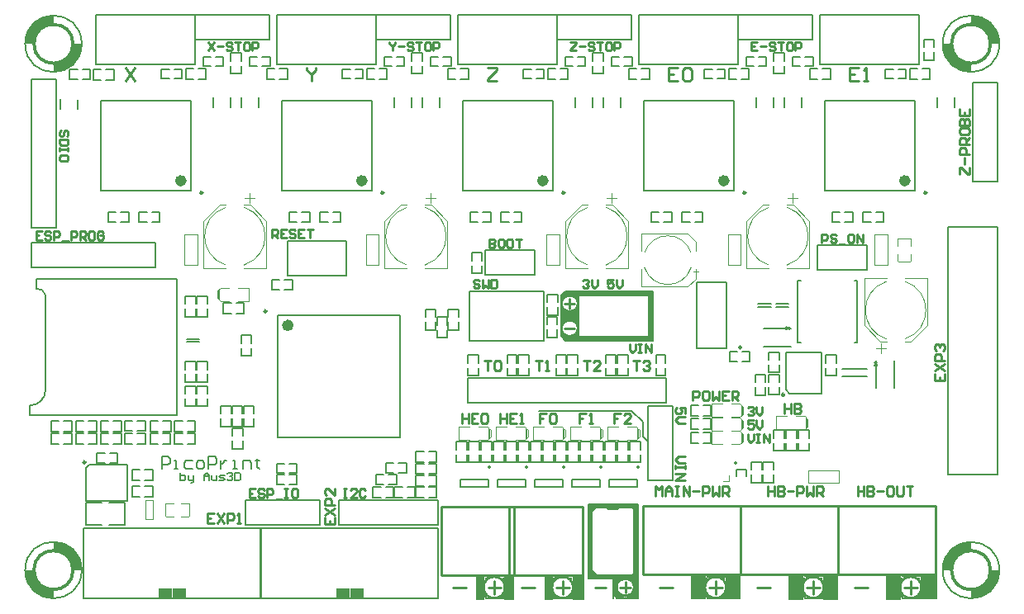
<source format=gto>
G04 Layer_Color=65535*
%FSLAX44Y44*%
%MOMM*%
G71*
G01*
G75*
%ADD52C,0.2000*%
%ADD53C,0.2500*%
%ADD54C,0.3000*%
%ADD91C,0.6000*%
%ADD92C,0.0762*%
%ADD93C,0.2540*%
%ADD94C,0.1270*%
%ADD95C,0.1500*%
%ADD96C,0.1000*%
%ADD97C,0.0760*%
%ADD98C,0.3500*%
%ADD99R,1.4224X0.9770*%
%ADD100R,0.1778X0.1270*%
%ADD101R,0.2540X0.3111*%
%ADD102R,0.3169X0.1119*%
%ADD103R,0.1270X0.3862*%
%ADD104R,0.5080X0.3810*%
%ADD105R,0.3810X0.3810*%
%ADD106R,0.2540X0.3810*%
%ADD107R,0.2540X0.3532*%
%ADD108R,2.1590X0.2870*%
%ADD109R,2.1590X0.2318*%
%ADD110R,0.3090X2.5230*%
%ADD111R,0.2730X2.5230*%
%ADD112R,0.8110X2.5000*%
%ADD113R,1.0570X2.5000*%
%ADD114R,2.1590X0.2088*%
%ADD115R,0.2540X0.2881*%
%ADD116R,1.1560X2.5000*%
%ADD117R,1.5240X2.5000*%
%ADD118R,1.6580X2.5900*%
%ADD119R,1.5494X2.5000*%
%ADD120R,1.5240X2.6000*%
%ADD121R,1.5494X2.6000*%
%ADD122R,2.1590X0.3870*%
%ADD123R,7.6500X0.5040*%
%ADD124R,0.4890X4.9230*%
G36*
X628650Y21590D02*
X603500D01*
X603990Y22080D01*
Y25230D01*
X622230Y25230D01*
X624000Y27000D01*
X624000Y92000D01*
X623000Y93000D01*
X609500Y93000D01*
X608500Y92000D01*
X598000D01*
X597000Y93000D01*
X586000D01*
X582000Y89000D01*
Y31000D01*
X588000Y25000D01*
X588230Y25230D01*
X602510D01*
Y22080D01*
X603000Y21590D01*
X577850D01*
Y97790D01*
X628650D01*
Y21590D01*
D02*
G37*
G36*
X33250Y58600D02*
X37800D01*
X39750Y56650D01*
X42350D01*
X44300Y54700D01*
X46250D01*
X50800Y50150D01*
Y49500D01*
X55350Y44950D01*
Y43000D01*
X57300Y41050D01*
X57950Y37150D01*
X59000Y34800D01*
Y30000D01*
X50000D01*
X49500Y30500D01*
Y37150D01*
X47550Y39100D01*
Y40400D01*
X43000Y44950D01*
X42350D01*
X38450Y48850D01*
X34550D01*
X33250Y50150D01*
X30000D01*
Y59250D01*
X32600D01*
X33250Y58600D01*
D02*
G37*
G36*
X970000Y50000D02*
X969500Y49500D01*
X962850D01*
X960900Y47550D01*
X959600D01*
X955050Y43000D01*
Y42350D01*
X951150Y38450D01*
Y34550D01*
X949850Y33250D01*
Y30000D01*
X940750D01*
Y32600D01*
X941400Y33250D01*
Y37800D01*
X943350Y39750D01*
Y42350D01*
X945300Y44300D01*
Y46250D01*
X949850Y50800D01*
X950500D01*
X955050Y55350D01*
X957000D01*
X958950Y57300D01*
X962850Y57950D01*
X965200Y59000D01*
X970000D01*
Y50000D01*
D02*
G37*
G36*
X999250Y27400D02*
X998600Y26750D01*
Y22200D01*
X996650Y20250D01*
Y17650D01*
X994700Y15700D01*
Y13750D01*
X990150Y9200D01*
X989500D01*
X984950Y4650D01*
X983000D01*
X981050Y2700D01*
X977150Y2050D01*
X974800Y1000D01*
X970000D01*
Y10000D01*
X970500Y10500D01*
X977150D01*
X979100Y12450D01*
X980400D01*
X984950Y17000D01*
Y17650D01*
X988850Y21550D01*
Y25450D01*
X990150Y26750D01*
Y30000D01*
X999250D01*
Y27400D01*
D02*
G37*
G36*
X610556Y20979D02*
X608900Y17200D01*
X607100Y12478D01*
X610556Y6156D01*
X614700Y3600D01*
X615400Y500D01*
X607100Y1800D01*
X606200D01*
X603250Y4750D01*
Y21590D01*
X610556Y20979D01*
D02*
G37*
G36*
X628650Y4750D02*
X625700Y1800D01*
X624800D01*
X616500Y500D01*
X617200Y3600D01*
X621344Y6156D01*
X624800Y12478D01*
X623000Y17200D01*
X621344Y20979D01*
X628650Y21590D01*
Y4750D01*
D02*
G37*
G36*
X10500Y29500D02*
Y22850D01*
X12450Y20900D01*
Y19600D01*
X17000Y15050D01*
X17650D01*
X21550Y11150D01*
X25450D01*
X26750Y9850D01*
X30000D01*
Y750D01*
X27400D01*
X26750Y1400D01*
X22200D01*
X20250Y3350D01*
X17650D01*
X15700Y5300D01*
X13750D01*
X9200Y9850D01*
Y10500D01*
X4650Y15050D01*
Y17000D01*
X2700Y18950D01*
X2050Y22850D01*
X1000Y25200D01*
Y30000D01*
X10000D01*
X10500Y29500D01*
D02*
G37*
G36*
X59250Y567400D02*
X58600Y566750D01*
Y562200D01*
X56650Y560250D01*
Y557650D01*
X54700Y555700D01*
Y553750D01*
X50150Y549200D01*
X49500D01*
X44950Y544650D01*
X43000D01*
X41050Y542700D01*
X37150Y542050D01*
X34800Y541000D01*
X30000D01*
Y550000D01*
X30500Y550500D01*
X37150D01*
X39100Y552450D01*
X40400D01*
X44950Y557000D01*
Y557650D01*
X48850Y561550D01*
Y565450D01*
X50150Y566750D01*
Y570000D01*
X59250D01*
Y567400D01*
D02*
G37*
G36*
X30000Y590000D02*
X29500Y589500D01*
X22850D01*
X20900Y587550D01*
X19600D01*
X15050Y583000D01*
Y582350D01*
X11150Y578450D01*
Y574550D01*
X9850Y573250D01*
Y570000D01*
X750D01*
Y572600D01*
X1400Y573250D01*
Y577800D01*
X3350Y579750D01*
Y582350D01*
X5300Y584300D01*
Y586250D01*
X9850Y590800D01*
X10500D01*
X15050Y595350D01*
X17000D01*
X18950Y597300D01*
X22850Y597950D01*
X25200Y599000D01*
X30000D01*
Y590000D01*
D02*
G37*
G36*
X973250Y598600D02*
X977800D01*
X979750Y596650D01*
X982350D01*
X984300Y594700D01*
X986250D01*
X990800Y590150D01*
Y589500D01*
X995350Y584950D01*
Y583000D01*
X997300Y581050D01*
X997950Y577150D01*
X999000Y574800D01*
Y570000D01*
X990000D01*
X989500Y570500D01*
Y577150D01*
X987550Y579100D01*
Y580400D01*
X983000Y584950D01*
X982350D01*
X978450Y588850D01*
X974550D01*
X973250Y590150D01*
X970000D01*
Y599250D01*
X972600D01*
X973250Y598600D01*
D02*
G37*
G36*
X950500Y569500D02*
Y562850D01*
X952450Y560900D01*
Y559600D01*
X957000Y555050D01*
X957650D01*
X961550Y551150D01*
X965450D01*
X966750Y549850D01*
X970000D01*
Y540750D01*
X967400D01*
X966750Y541400D01*
X962200D01*
X960250Y543350D01*
X957650D01*
X955700Y545300D01*
X953750D01*
X949200Y549850D01*
Y550500D01*
X944650Y555050D01*
Y557000D01*
X942700Y558950D01*
X942050Y562850D01*
X941000Y565200D01*
Y570000D01*
X950000D01*
X950500Y569500D01*
D02*
G37*
G36*
X567500Y265620D02*
X567690Y265430D01*
X554130D01*
X550700Y268860D01*
Y275360D01*
X552800Y272960D01*
X553400D01*
X555900Y270460D01*
X562100D01*
X567500Y275760D01*
Y265620D01*
D02*
G37*
G36*
Y291020D02*
X567690Y290830D01*
X567500Y290640D01*
Y280500D01*
X562100Y285800D01*
X555900D01*
X553400Y283300D01*
X552800D01*
X550700Y280900D01*
Y287400D01*
X550000Y288100D01*
X550300Y290830D01*
X550000Y293560D01*
X550700Y294260D01*
Y300760D01*
X552800Y298360D01*
X553400D01*
X555900Y295860D01*
X562100D01*
X567500Y301160D01*
Y291020D01*
D02*
G37*
G36*
Y316040D02*
Y305900D01*
X562100Y311200D01*
X555900D01*
X553400Y308700D01*
X552800D01*
X550700Y306300D01*
Y312800D01*
X550300Y313200D01*
X553330Y316230D01*
X567690D01*
X567500Y316040D01*
D02*
G37*
D52*
X566890Y303530D02*
G03*
X566890Y303530I-8000J0D01*
G01*
Y278130D02*
G03*
X566890Y278130I-8000J0D01*
G01*
X912140Y419455D02*
Y511455D01*
X820140Y419455D02*
Y511455D01*
Y419455D02*
X912140D01*
X820140Y511455D02*
X912140D01*
X634720D02*
X726720D01*
X634720Y419455D02*
X726720D01*
X634720D02*
Y511455D01*
X726720Y419455D02*
Y511455D01*
X541300Y419455D02*
Y511455D01*
X449300Y419455D02*
Y511455D01*
Y419455D02*
X541300D01*
X449300Y511455D02*
X541300D01*
X78460D02*
X170460D01*
X78460Y419455D02*
X170460D01*
X78460D02*
Y511455D01*
X170460Y419455D02*
Y511455D01*
X355880Y419455D02*
Y511455D01*
X263880Y419455D02*
Y511455D01*
Y419455D02*
X355880D01*
X263880Y511455D02*
X355880D01*
X455930Y316230D02*
X504613D01*
X455930D02*
X532130D01*
X455930Y265430D02*
X532130D01*
Y316230D01*
X455930Y265430D02*
Y316230D01*
X7620Y533400D02*
X33020D01*
X7620Y381000D02*
Y533400D01*
Y381000D02*
X33020D01*
Y533400D01*
X546000Y573980D02*
Y599380D01*
X622200D01*
Y573980D02*
Y599380D01*
X546000Y573980D02*
X622200D01*
X360580D02*
Y599380D01*
X436780D01*
Y573980D02*
Y599380D01*
X360580Y573980D02*
X436780D01*
X175160D02*
Y599380D01*
X251360D01*
Y573980D02*
Y599380D01*
X175160Y573980D02*
X251360D01*
X638810Y198120D02*
X664210D01*
Y121920D02*
Y198120D01*
X638810Y121920D02*
X664210D01*
X638810D02*
Y198120D01*
X302500Y76010D02*
Y101410D01*
X226300Y76010D02*
X302500D01*
X226300D02*
Y101410D01*
X302500D01*
X731419Y573980D02*
Y599380D01*
X807619D01*
Y573980D02*
Y599380D01*
X731419Y573980D02*
X807619D01*
X634000Y167370D02*
X638175Y163195D01*
X634000Y167370D02*
Y182000D01*
X66750Y138000D02*
X76750D01*
X63250Y134500D02*
X66750Y138000D01*
X63250Y122500D02*
Y134500D01*
Y101250D02*
X105250D01*
X63250D02*
Y122500D01*
X105250Y101250D02*
Y138000D01*
X76750D02*
X105250D01*
X946300Y128000D02*
X997100D01*
X946300Y382000D02*
X997100D01*
Y128000D02*
Y382000D01*
X946300Y128000D02*
Y382000D01*
X527685Y193675D02*
X622324D01*
X634000Y182000D01*
X812800Y337820D02*
Y363220D01*
X863600D01*
Y337820D02*
Y363220D01*
X812800Y337820D02*
X863600D01*
X780250Y224910D02*
Y253410D01*
X817000D01*
X795750Y211410D02*
X817000D01*
Y253410D01*
X783750Y211410D02*
X795750D01*
X780250Y214910D02*
X783750Y211410D01*
X780250Y214910D02*
Y224910D01*
X792460Y263775D02*
Y326775D01*
Y263775D02*
X795460D01*
X792460Y326775D02*
X795460D01*
X850460Y263775D02*
X853460D01*
X850460Y326775D02*
X853460D01*
Y263775D02*
Y326775D01*
X60570Y1216D02*
Y73216D01*
X242570Y1216D02*
Y73216D01*
X60570D02*
X242570D01*
X60570Y1216D02*
X242570D01*
X242180D02*
Y73216D01*
X424180Y1216D02*
Y73216D01*
X242180D02*
X424180D01*
X242180Y1216D02*
X424180D01*
X688715Y324965D02*
X719715D01*
X688715Y257965D02*
X719715D01*
X688715D02*
Y324965D01*
X719715Y257965D02*
Y324965D01*
X360579Y573980D02*
Y599380D01*
X258979D02*
X360579D01*
X258979Y573980D02*
Y599380D01*
X360579Y548580D02*
Y573980D01*
X258979Y548580D02*
X360579D01*
X258979D02*
Y573980D01*
X175159D02*
Y599380D01*
X73559D02*
X175159D01*
X73559Y573980D02*
Y599380D01*
X175159Y548580D02*
Y573980D01*
X73559Y548580D02*
X175159D01*
X73559D02*
Y573980D01*
X545999D02*
Y599380D01*
X444399D02*
X545999D01*
X444399Y573980D02*
Y599380D01*
X545999Y548580D02*
Y573980D01*
X444399Y548580D02*
X545999D01*
X444399D02*
Y573980D01*
X731419D02*
Y599380D01*
X629819D02*
X731419D01*
X629819Y573980D02*
Y599380D01*
X731419Y548580D02*
Y573980D01*
X629819Y548580D02*
X731419D01*
X629819D02*
Y573980D01*
X916839D02*
Y599380D01*
X815239D02*
X916839D01*
X815239Y573980D02*
Y599380D01*
X916839Y548580D02*
Y573980D01*
X815239Y548580D02*
X916839D01*
X815239D02*
Y573980D01*
X87000Y76500D02*
X103000D01*
X63000D02*
X79000D01*
X87000Y99500D02*
X103000D01*
X63000D02*
X79000D01*
X103000Y76500D02*
Y99500D01*
X63000Y76500D02*
Y99500D01*
X269720Y367480D02*
X329720D01*
X269720Y332480D02*
X329720D01*
X269720D02*
Y367480D01*
X329720Y332480D02*
Y367480D01*
X472440Y332740D02*
Y358140D01*
X523240D01*
Y332740D02*
Y358140D01*
X472440Y332740D02*
X523240D01*
X7620Y340360D02*
X134620D01*
X7620D02*
Y365760D01*
X134620Y340360D02*
Y365760D01*
X7620D02*
X134620D01*
X550000Y270200D02*
X554770Y265430D01*
X567690D01*
X554630Y316230D02*
X567690D01*
X550000Y311600D02*
X554630Y316230D01*
X550000Y270200D02*
Y311600D01*
X971700Y529900D02*
X997100D01*
Y428300D02*
Y529900D01*
X971700Y428300D02*
Y529900D01*
Y428300D02*
X997100D01*
X424180Y76010D02*
Y101410D01*
X322580Y76010D02*
X424180D01*
X322580Y101410D02*
X424180D01*
X322580Y76010D02*
Y101410D01*
X260080Y166100D02*
Y291100D01*
X385080Y166100D02*
Y291100D01*
X260080D02*
X385080D01*
X260080Y166100D02*
X385080D01*
X729920Y133540D02*
X740080D01*
X567690Y316230D02*
X616373D01*
X567690D02*
X643890D01*
X567690Y265430D02*
X643890D01*
Y316230D01*
X567690Y265430D02*
Y316230D01*
X454660Y201930D02*
Y227330D01*
Y201930D02*
X657860D01*
Y227330D01*
X454660D02*
X657860D01*
X628650Y49107D02*
Y97790D01*
Y21590D02*
Y97790D01*
X577850Y21590D02*
Y97790D01*
Y21590D02*
X628650D01*
X577850Y97790D02*
X628650D01*
D53*
X924390Y417205D02*
G03*
X924390Y417205I-1250J0D01*
G01*
X738970D02*
G03*
X738970Y417205I-1250J0D01*
G01*
X553550D02*
G03*
X553550Y417205I-1250J0D01*
G01*
X182710D02*
G03*
X182710Y417205I-1250J0D01*
G01*
X368130D02*
G03*
X368130Y417205I-1250J0D01*
G01*
X63000Y140750D02*
G03*
X63000Y140750I-1250J0D01*
G01*
X778750Y209910D02*
G03*
X778750Y209910I-1250J0D01*
G01*
X734715Y258565D02*
G03*
X734715Y258565I-1250J0D01*
G01*
X248330Y295600D02*
G03*
X248330Y295600I-1250J0D01*
G01*
D54*
X50000Y570000D02*
G03*
X50000Y570000I-20000J0D01*
G01*
X990000D02*
G03*
X990000Y570000I-20000J0D01*
G01*
X50000Y30000D02*
G03*
X50000Y30000I-20000J0D01*
G01*
X990000D02*
G03*
X990000Y30000I-20000J0D01*
G01*
X552805Y135332D02*
X552757Y135380D01*
X552710Y135332D01*
X552757Y135285D01*
X552805Y135332D01*
X476605D02*
X476557Y135380D01*
X476510Y135332D01*
X476557Y135285D01*
X476605Y135332D01*
X590905D02*
X590857Y135380D01*
X590810Y135332D01*
X590857Y135285D01*
X590905Y135332D01*
X514705D02*
X514657Y135380D01*
X514610Y135332D01*
X514657Y135285D01*
X514705Y135332D01*
X629005D02*
X628957Y135380D01*
X628910Y135332D01*
X628957Y135285D01*
X629005Y135332D01*
D91*
X905140Y429455D02*
G03*
X905140Y429455I-3000J0D01*
G01*
X719720D02*
G03*
X719720Y429455I-3000J0D01*
G01*
X534300D02*
G03*
X534300Y429455I-3000J0D01*
G01*
X163460D02*
G03*
X163460Y429455I-3000J0D01*
G01*
X348880D02*
G03*
X348880Y429455I-3000J0D01*
G01*
X273080Y281100D02*
G03*
X273080Y281100I-3000J0D01*
G01*
D92*
X883311Y326176D02*
G03*
X883311Y267183I9499J-29496D01*
G01*
X902309D02*
G03*
X902309Y326176I-9499J29496D01*
G01*
X391821Y402106D02*
G03*
X391821Y343114I9499J-29496D01*
G01*
X410818D02*
G03*
X410818Y402106I-9499J29496D01*
G01*
X206401D02*
G03*
X206401Y343114I9499J-29496D01*
G01*
X225399D02*
G03*
X225399Y402106I-9499J29496D01*
G01*
X577241D02*
G03*
X577241Y343114I9499J-29496D01*
G01*
X596239D02*
G03*
X596239Y402106I-9499J29496D01*
G01*
X762661D02*
G03*
X762661Y343114I9499J-29496D01*
G01*
X781658D02*
G03*
X781658Y402106I-9499J29496D01*
G01*
X683181Y355643D02*
G03*
X635588Y355643I-23797J-7663D01*
G01*
Y340317D02*
G03*
X683181Y340317I23797J7663D01*
G01*
X860552Y329192D02*
X883411D01*
X860552Y281186D02*
Y329192D01*
Y281186D02*
X877316Y264422D01*
X883411D01*
X902461D02*
X908558D01*
X925322Y281186D01*
Y329192D01*
X902461D02*
X925322D01*
X860552Y281186D02*
Y329192D01*
Y281186D02*
X877316Y264422D01*
X908558D02*
X925322Y281186D01*
Y329192D01*
X368808Y340098D02*
Y388104D01*
X385572Y404868D01*
X416814D02*
X433578Y388104D01*
Y340098D02*
Y388104D01*
X368808Y340098D02*
X391668D01*
X368808D02*
Y388104D01*
X385572Y404868D01*
X391668D01*
X410718D02*
X416814D01*
X433578Y388104D01*
Y340098D02*
Y388104D01*
X410718Y340098D02*
X433578D01*
X183388D02*
Y388104D01*
X200152Y404868D01*
X231394D02*
X248158Y388104D01*
Y340098D02*
Y388104D01*
X183388Y340098D02*
X206248D01*
X183388D02*
Y388104D01*
X200152Y404868D01*
X206248D01*
X225298D02*
X231394D01*
X248158Y388104D01*
Y340098D02*
Y388104D01*
X225298Y340098D02*
X248158D01*
X554228D02*
Y388104D01*
X570992Y404868D01*
X602234D02*
X618998Y388104D01*
Y340098D02*
Y388104D01*
X554228Y340098D02*
X577088D01*
X554228D02*
Y388104D01*
X570992Y404868D01*
X577088D01*
X596138D02*
X602234D01*
X618998Y388104D01*
Y340098D02*
Y388104D01*
X596138Y340098D02*
X618998D01*
X739648D02*
Y388104D01*
X756412Y404868D01*
X787654D02*
X804418Y388104D01*
Y340098D02*
Y388104D01*
X739648Y340098D02*
X762508D01*
X739648D02*
Y388104D01*
X756412Y404868D01*
X762508D01*
X781558D02*
X787654D01*
X804418Y388104D01*
Y340098D02*
Y388104D01*
X781558Y340098D02*
X804418D01*
X632214Y357378D02*
Y375158D01*
X674878D01*
X688094Y357378D02*
Y367022D01*
Y328938D02*
Y331980D01*
X632214Y320802D02*
X674878D01*
X632214D02*
Y338582D01*
D93*
X624900Y12478D02*
G03*
X624900Y12478I-9000J0D01*
G01*
X492505Y12248D02*
G03*
X492505Y12248I-10925J0D01*
G01*
X562505D02*
G03*
X562505Y12248I-10925J0D01*
G01*
X919185D02*
G03*
X919185Y12248I-10925J0D01*
G01*
X819185D02*
G03*
X819185Y12248I-10925J0D01*
G01*
X719185D02*
G03*
X719185Y12248I-10925J0D01*
G01*
X833729Y26000D02*
X933730D01*
Y96000D01*
X833729D02*
X933730D01*
X833729Y26000D02*
Y96000D01*
X733729Y26000D02*
Y96000D01*
X833730D01*
Y26000D02*
Y96000D01*
X733729Y26000D02*
X833730D01*
X633730D02*
X733730D01*
Y96000D01*
X633730D02*
X733730D01*
X633730Y26000D02*
Y96000D01*
X572050Y25000D02*
Y95000D01*
X497050Y25000D02*
X572050D01*
X497050D02*
Y95000D01*
X572050D01*
X502050Y25000D02*
Y95000D01*
X427050Y25000D02*
X502050D01*
X427050D02*
Y95000D01*
X502050D01*
X685000Y204000D02*
Y213997D01*
X689998D01*
X691665Y212331D01*
Y208998D01*
X689998Y207332D01*
X685000D01*
X699995Y213997D02*
X696663D01*
X694997Y212331D01*
Y205666D01*
X696663Y204000D01*
X699995D01*
X701661Y205666D01*
Y212331D01*
X699995Y213997D01*
X704994D02*
Y204000D01*
X708326Y207332D01*
X711658Y204000D01*
Y213997D01*
X721655D02*
X714990D01*
Y204000D01*
X721655D01*
X714990Y208998D02*
X718323D01*
X724987Y204000D02*
Y213997D01*
X729986D01*
X731652Y212331D01*
Y208998D01*
X729986Y207332D01*
X724987D01*
X728319D02*
X731652Y204000D01*
X741215Y169797D02*
Y163799D01*
X744214Y160800D01*
X747213Y163799D01*
Y169797D01*
X750212D02*
X753211D01*
X751712D01*
Y160800D01*
X750212D01*
X753211D01*
X757710D02*
Y169797D01*
X763708Y160800D01*
Y169797D01*
X747213Y183797D02*
X741215D01*
Y179298D01*
X744214Y180798D01*
X745714D01*
X747213Y179298D01*
Y176299D01*
X745714Y174800D01*
X742714D01*
X741215Y176299D01*
X750212Y183797D02*
Y177799D01*
X753211Y174800D01*
X756210Y177799D01*
Y183797D01*
X741215Y196297D02*
X742714Y197797D01*
X745714D01*
X747213Y196297D01*
Y194798D01*
X745714Y193298D01*
X744214D01*
X745714D01*
X747213Y191799D01*
Y190299D01*
X745714Y188800D01*
X742714D01*
X741215Y190299D01*
X750212Y197797D02*
Y191799D01*
X753211Y188800D01*
X756210Y191799D01*
Y197797D01*
X958423Y436610D02*
Y443274D01*
X960089D01*
X966754Y436610D01*
X968420D01*
Y443274D01*
X963421Y446606D02*
Y453271D01*
X968420Y456603D02*
X958423D01*
Y461602D01*
X960089Y463268D01*
X963421D01*
X965088Y461602D01*
Y456603D01*
X968420Y466600D02*
X958423D01*
Y471599D01*
X960089Y473265D01*
X963421D01*
X965088Y471599D01*
Y466600D01*
Y469932D02*
X968420Y473265D01*
X958423Y481595D02*
Y478263D01*
X960089Y476597D01*
X966754D01*
X968420Y478263D01*
Y481595D01*
X966754Y483261D01*
X960089D01*
X958423Y481595D01*
Y486594D02*
X968420D01*
Y491592D01*
X966754Y493258D01*
X965088D01*
X963421Y491592D01*
Y486594D01*
Y491592D01*
X961755Y493258D01*
X960089D01*
X958423Y491592D01*
Y486594D01*
Y503255D02*
Y496590D01*
X968420D01*
Y503255D01*
X963421Y496590D02*
Y499923D01*
X624205Y244946D02*
X630869D01*
X627537D01*
Y234950D01*
X634202Y243280D02*
X635868Y244946D01*
X639200D01*
X640866Y243280D01*
Y241614D01*
X639200Y239948D01*
X637534D01*
X639200D01*
X640866Y238282D01*
Y236616D01*
X639200Y234950D01*
X635868D01*
X634202Y236616D01*
X573405Y244946D02*
X580069D01*
X576737D01*
Y234950D01*
X590066D02*
X583401D01*
X590066Y241614D01*
Y243280D01*
X588400Y244946D01*
X585068D01*
X583401Y243280D01*
X523875Y244946D02*
X530539D01*
X527207D01*
Y234950D01*
X533871D02*
X537204D01*
X535538D01*
Y244946D01*
X533871Y243280D01*
X471805Y244946D02*
X478469D01*
X475137D01*
Y234950D01*
X481801Y243280D02*
X483468Y244946D01*
X486800D01*
X488466Y243280D01*
Y236616D01*
X486800Y234950D01*
X483468D01*
X481801Y236616D01*
Y243280D01*
X676997Y147000D02*
X670332D01*
X667000Y143667D01*
X670332Y140335D01*
X676997D01*
Y137003D02*
Y133671D01*
Y135337D01*
X667000D01*
Y137003D01*
Y133671D01*
Y128672D02*
X676997D01*
X667000Y122008D01*
X676997D01*
Y190335D02*
Y197000D01*
X671998D01*
X673664Y193668D01*
Y192001D01*
X671998Y190335D01*
X668666D01*
X667000Y192001D01*
Y195334D01*
X668666Y197000D01*
X676997Y187003D02*
X670332D01*
X667000Y183671D01*
X670332Y180338D01*
X676997D01*
X611184Y190336D02*
X604520D01*
Y185338D01*
X607852D01*
X604520D01*
Y180340D01*
X621181D02*
X614516D01*
X621181Y187004D01*
Y188670D01*
X619515Y190336D01*
X616183D01*
X614516Y188670D01*
X575624Y190336D02*
X568960D01*
Y185338D01*
X572292D01*
X568960D01*
Y180340D01*
X578956D02*
X582289D01*
X580623D01*
Y190336D01*
X578956Y188670D01*
X534984Y190336D02*
X528320D01*
Y185338D01*
X531652D01*
X528320D01*
Y180340D01*
X538316Y188670D02*
X539983Y190336D01*
X543315D01*
X544981Y188670D01*
Y182006D01*
X543315Y180340D01*
X539983D01*
X538316Y182006D01*
Y188670D01*
X374260Y571877D02*
Y570377D01*
X377259Y567378D01*
X380258Y570377D01*
Y571877D01*
X377259Y567378D02*
Y562880D01*
X383257Y567378D02*
X389255D01*
X398252Y570377D02*
X396753Y571877D01*
X393754D01*
X392254Y570377D01*
Y568878D01*
X393754Y567378D01*
X396753D01*
X398252Y565879D01*
Y564379D01*
X396753Y562880D01*
X393754D01*
X392254Y564379D01*
X401251Y571877D02*
X407249D01*
X404250D01*
Y562880D01*
X414747Y571877D02*
X411748D01*
X410248Y570377D01*
Y564379D01*
X411748Y562880D01*
X414747D01*
X416246Y564379D01*
Y570377D01*
X414747Y571877D01*
X419245Y562880D02*
Y571877D01*
X423744D01*
X425243Y570377D01*
Y567378D01*
X423744Y565879D01*
X419245D01*
X487680Y190336D02*
Y180340D01*
Y185338D01*
X494344D01*
Y190336D01*
Y180340D01*
X504341Y190336D02*
X497677D01*
Y180340D01*
X504341D01*
X497677Y185338D02*
X501009D01*
X507673Y180340D02*
X511006D01*
X509339D01*
Y190336D01*
X507673Y188670D01*
X448310Y190336D02*
Y180340D01*
Y185338D01*
X454974D01*
Y190336D01*
Y180340D01*
X464971Y190336D02*
X458307D01*
Y180340D01*
X464971D01*
X458307Y185338D02*
X461639D01*
X468303Y188670D02*
X469969Y190336D01*
X473302D01*
X474968Y188670D01*
Y182006D01*
X473302Y180340D01*
X469969D01*
X468303Y182006D01*
Y188670D01*
X646730Y106000D02*
Y115997D01*
X650062Y112664D01*
X653394Y115997D01*
Y106000D01*
X656727D02*
Y112664D01*
X660059Y115997D01*
X663391Y112664D01*
Y106000D01*
Y110998D01*
X656727D01*
X666723Y115997D02*
X670055D01*
X668389D01*
Y106000D01*
X666723D01*
X670055D01*
X675054D02*
Y115997D01*
X681718Y106000D01*
Y115997D01*
X685051Y110998D02*
X691715D01*
X695048Y106000D02*
Y115997D01*
X700046D01*
X701712Y114330D01*
Y110998D01*
X700046Y109332D01*
X695048D01*
X705044Y115997D02*
Y106000D01*
X708376Y109332D01*
X711709Y106000D01*
Y115997D01*
X715041Y106000D02*
Y115997D01*
X720039D01*
X721705Y114330D01*
Y110998D01*
X720039Y109332D01*
X715041D01*
X718373D02*
X721705Y106000D01*
X761730Y115997D02*
Y106000D01*
Y110998D01*
X768394D01*
Y115997D01*
Y106000D01*
X771727Y115997D02*
Y106000D01*
X776725D01*
X778391Y107666D01*
Y109332D01*
X776725Y110998D01*
X771727D01*
X776725D01*
X778391Y112664D01*
Y114330D01*
X776725Y115997D01*
X771727D01*
X781723Y110998D02*
X788388D01*
X791720Y106000D02*
Y115997D01*
X796719D01*
X798385Y114330D01*
Y110998D01*
X796719Y109332D01*
X791720D01*
X801717Y115997D02*
Y106000D01*
X805049Y109332D01*
X808381Y106000D01*
Y115997D01*
X811714Y106000D02*
Y115997D01*
X816712D01*
X818378Y114330D01*
Y110998D01*
X816712Y109332D01*
X811714D01*
X815046D02*
X818378Y106000D01*
X853730Y115997D02*
Y106000D01*
Y110998D01*
X860394D01*
Y115997D01*
Y106000D01*
X863727Y115997D02*
Y106000D01*
X868725D01*
X870391Y107666D01*
Y109332D01*
X868725Y110998D01*
X863727D01*
X868725D01*
X870391Y112664D01*
Y114330D01*
X868725Y115997D01*
X863727D01*
X873723Y110998D02*
X880388D01*
X888719Y115997D02*
X885386D01*
X883720Y114330D01*
Y107666D01*
X885386Y106000D01*
X888719D01*
X890385Y107666D01*
Y114330D01*
X888719Y115997D01*
X893717D02*
Y107666D01*
X895383Y106000D01*
X898715D01*
X900381Y107666D01*
Y115997D01*
X903714D02*
X910378D01*
X907046D01*
Y106000D01*
X584850Y12215D02*
X596179D01*
X610250Y12415D02*
X621580D01*
X615915Y18080D02*
Y6750D01*
X475230Y12084D02*
X488559D01*
X481894Y18749D02*
Y5420D01*
X439429Y12084D02*
X452758D01*
X509430D02*
X522759D01*
X545230D02*
X558559D01*
X551894Y18749D02*
Y5420D01*
X289600Y545535D02*
Y543203D01*
X294265Y538537D01*
X298930Y543203D01*
Y545535D01*
X294265Y538537D02*
Y531540D01*
X901910Y12084D02*
X915239D01*
X908574Y18749D02*
Y5420D01*
X851110Y12084D02*
X864439D01*
X751110D02*
X764439D01*
X801910D02*
X815239D01*
X808574Y18749D02*
Y5420D01*
X701910Y12084D02*
X715239D01*
X708574Y18749D02*
Y5420D01*
X651110Y12084D02*
X664439D01*
X104180Y545535D02*
X113510Y531540D01*
Y545535D02*
X104180Y531540D01*
X188840Y571877D02*
X194838Y562880D01*
Y571877D02*
X188840Y562880D01*
X197837Y567378D02*
X203835D01*
X212832Y570377D02*
X211332Y571877D01*
X208333D01*
X206834Y570377D01*
Y568878D01*
X208333Y567378D01*
X211332D01*
X212832Y565879D01*
Y564379D01*
X211332Y562880D01*
X208333D01*
X206834Y564379D01*
X215831Y571877D02*
X221829D01*
X218830D01*
Y562880D01*
X229327Y571877D02*
X226328D01*
X224828Y570377D01*
Y564379D01*
X226328Y562880D01*
X229327D01*
X230826Y564379D01*
Y570377D01*
X229327Y571877D01*
X233825Y562880D02*
Y571877D01*
X238324D01*
X239823Y570377D01*
Y567378D01*
X238324Y565879D01*
X233825D01*
X475020Y545535D02*
X484350D01*
Y543203D01*
X475020Y533872D01*
Y531540D01*
X484350D01*
X559680Y571877D02*
X565678D01*
Y570377D01*
X559680Y564379D01*
Y562880D01*
X565678D01*
X568677Y567378D02*
X574675D01*
X583672Y570377D02*
X582173Y571877D01*
X579174D01*
X577674Y570377D01*
Y568878D01*
X579174Y567378D01*
X582173D01*
X583672Y565879D01*
Y564379D01*
X582173Y562880D01*
X579174D01*
X577674Y564379D01*
X586671Y571877D02*
X592669D01*
X589670D01*
Y562880D01*
X600167Y571877D02*
X597168D01*
X595668Y570377D01*
Y564379D01*
X597168Y562880D01*
X600167D01*
X601666Y564379D01*
Y570377D01*
X600167Y571877D01*
X604665Y562880D02*
Y571877D01*
X609164D01*
X610663Y570377D01*
Y567378D01*
X609164Y565879D01*
X604665D01*
X669770Y545535D02*
X660440D01*
Y531540D01*
X669770D01*
X660440Y538537D02*
X665105D01*
X674435Y543203D02*
X676768Y545535D01*
X681433D01*
X683765Y543203D01*
Y533872D01*
X681433Y531540D01*
X676768D01*
X674435Y533872D01*
Y543203D01*
X855190Y545535D02*
X845860D01*
Y531540D01*
X855190D01*
X845860Y538537D02*
X850525D01*
X859855Y531540D02*
X864520D01*
X862188D01*
Y545535D01*
X859855Y543203D01*
X572215Y326797D02*
X573714Y328297D01*
X576713D01*
X578213Y326797D01*
Y325298D01*
X576713Y323798D01*
X575214D01*
X576713D01*
X578213Y322299D01*
Y320799D01*
X576713Y319300D01*
X573714D01*
X572215Y320799D01*
X581212Y328297D02*
Y322299D01*
X584211Y319300D01*
X587210Y322299D01*
Y328297D01*
X603613D02*
X597615D01*
Y323798D01*
X600614Y325298D01*
X602113D01*
X603613Y323798D01*
Y320799D01*
X602113Y319300D01*
X599114D01*
X597615Y320799D01*
X606612Y328297D02*
Y322299D01*
X609611Y319300D01*
X612610Y322299D01*
Y328297D01*
X620049Y262207D02*
Y256209D01*
X623048Y253210D01*
X626047Y256209D01*
Y262207D01*
X629046D02*
X632045D01*
X630545D01*
Y253210D01*
X629046D01*
X632045D01*
X636544D02*
Y262207D01*
X642542Y253210D01*
Y262207D01*
X558684Y298550D02*
Y308547D01*
X553686Y303548D02*
X563683D01*
X563700Y278102D02*
X553703D01*
X779000Y200996D02*
Y191000D01*
Y195998D01*
X785664D01*
Y200996D01*
Y191000D01*
X788997Y200996D02*
Y191000D01*
X793995D01*
X795661Y192666D01*
Y194332D01*
X793995Y195998D01*
X788997D01*
X793995D01*
X795661Y197664D01*
Y199330D01*
X793995Y200996D01*
X788997D01*
X466453Y326797D02*
X464953Y328297D01*
X461954D01*
X460455Y326797D01*
Y325298D01*
X461954Y323798D01*
X464953D01*
X466453Y322299D01*
Y320799D01*
X464953Y319300D01*
X461954D01*
X460455Y320799D01*
X469452Y328297D02*
Y319300D01*
X472451Y322299D01*
X475450Y319300D01*
Y328297D01*
X478449D02*
Y319300D01*
X482948D01*
X484447Y320799D01*
Y326797D01*
X482948Y328297D01*
X478449D01*
X236823Y113477D02*
X230825D01*
Y104480D01*
X236823D01*
X230825Y108978D02*
X233824D01*
X245820Y111977D02*
X244321Y113477D01*
X241322D01*
X239822Y111977D01*
Y110478D01*
X241322Y108978D01*
X244321D01*
X245820Y107479D01*
Y105979D01*
X244321Y104480D01*
X241322D01*
X239822Y105979D01*
X248819Y104480D02*
Y113477D01*
X253318D01*
X254817Y111977D01*
Y108978D01*
X253318Y107479D01*
X248819D01*
X257816Y102980D02*
X263814D01*
X266813Y113477D02*
X269812D01*
X268313D01*
Y104480D01*
X266813D01*
X269812D01*
X278809Y113477D02*
X275810D01*
X274311Y111977D01*
Y105979D01*
X275810Y104480D01*
X278809D01*
X280309Y105979D01*
Y111977D01*
X278809Y113477D01*
X18143Y377827D02*
X12145D01*
Y368830D01*
X18143D01*
X12145Y373328D02*
X15144D01*
X27140Y376327D02*
X25641Y377827D01*
X22641D01*
X21142Y376327D01*
Y374828D01*
X22641Y373328D01*
X25641D01*
X27140Y371829D01*
Y370329D01*
X25641Y368830D01*
X22641D01*
X21142Y370329D01*
X30139Y368830D02*
Y377827D01*
X34638D01*
X36137Y376327D01*
Y373328D01*
X34638Y371829D01*
X30139D01*
X39136Y367330D02*
X45134D01*
X48133Y368830D02*
Y377827D01*
X52632D01*
X54131Y376327D01*
Y373328D01*
X52632Y371829D01*
X48133D01*
X57130Y368830D02*
Y377827D01*
X61629D01*
X63128Y376327D01*
Y373328D01*
X61629Y371829D01*
X57130D01*
X60129D02*
X63128Y368830D01*
X70626Y377827D02*
X67627D01*
X66128Y376327D01*
Y370329D01*
X67627Y368830D01*
X70626D01*
X72126Y370329D01*
Y376327D01*
X70626Y377827D01*
X81123Y376327D02*
X79623Y377827D01*
X76624D01*
X75125Y376327D01*
Y370329D01*
X76624Y368830D01*
X79623D01*
X81123Y370329D01*
Y373328D01*
X78124D01*
X43587Y474936D02*
X45087Y476436D01*
Y479435D01*
X43587Y480934D01*
X42088D01*
X40588Y479435D01*
Y476436D01*
X39089Y474936D01*
X37589D01*
X36090Y476436D01*
Y479435D01*
X37589Y480934D01*
X45087Y471937D02*
X36090D01*
Y467439D01*
X37589Y465939D01*
X43587D01*
X45087Y467439D01*
Y471937D01*
Y462940D02*
Y459941D01*
Y461441D01*
X36090D01*
Y462940D01*
Y459941D01*
X45087Y450944D02*
Y453943D01*
X43587Y455443D01*
X37589D01*
X36090Y453943D01*
Y450944D01*
X37589Y449445D01*
X43587D01*
X45087Y450944D01*
X327105Y113477D02*
X330104D01*
X328604D01*
Y104480D01*
X327105D01*
X330104D01*
X340601D02*
X334603D01*
X340601Y110478D01*
Y111977D01*
X339101Y113477D01*
X336102D01*
X334603Y111977D01*
X349598D02*
X348098Y113477D01*
X345099D01*
X343600Y111977D01*
Y105979D01*
X345099Y104480D01*
X348098D01*
X349598Y105979D01*
X476605Y369767D02*
Y360770D01*
X481104D01*
X482603Y362269D01*
Y363769D01*
X481104Y365268D01*
X476605D01*
X481104D01*
X482603Y366768D01*
Y368267D01*
X481104Y369767D01*
X476605D01*
X490101D02*
X487102D01*
X485602Y368267D01*
Y362269D01*
X487102Y360770D01*
X490101D01*
X491600Y362269D01*
Y368267D01*
X490101Y369767D01*
X499098D02*
X496099D01*
X494599Y368267D01*
Y362269D01*
X496099Y360770D01*
X499098D01*
X500597Y362269D01*
Y368267D01*
X499098Y369767D01*
X503596D02*
X509594D01*
X506595D01*
Y360770D01*
X253825Y370770D02*
Y379767D01*
X258323D01*
X259823Y378267D01*
Y375268D01*
X258323Y373769D01*
X253825D01*
X256824D02*
X259823Y370770D01*
X268820Y379767D02*
X262822D01*
Y370770D01*
X268820D01*
X262822Y375268D02*
X265821D01*
X277817Y378267D02*
X276318Y379767D01*
X273319D01*
X271819Y378267D01*
Y376768D01*
X273319Y375268D01*
X276318D01*
X277817Y373769D01*
Y372269D01*
X276318Y370770D01*
X273319D01*
X271819Y372269D01*
X286814Y379767D02*
X280816D01*
Y370770D01*
X286814D01*
X280816Y375268D02*
X283815D01*
X289813Y379767D02*
X295811D01*
X292812D01*
Y370770D01*
X751098Y571877D02*
X745100D01*
Y562880D01*
X751098D01*
X745100Y567378D02*
X748099D01*
X754097D02*
X760095D01*
X769092Y570377D02*
X767592Y571877D01*
X764594D01*
X763094Y570377D01*
Y568878D01*
X764594Y567378D01*
X767592D01*
X769092Y565879D01*
Y564379D01*
X767592Y562880D01*
X764594D01*
X763094Y564379D01*
X772091Y571877D02*
X778089D01*
X775090D01*
Y562880D01*
X785587Y571877D02*
X782588D01*
X781088Y570377D01*
Y564379D01*
X782588Y562880D01*
X785587D01*
X787086Y564379D01*
Y570377D01*
X785587Y571877D01*
X790085Y562880D02*
Y571877D01*
X794584D01*
X796083Y570377D01*
Y567378D01*
X794584Y565879D01*
X790085D01*
X816965Y365850D02*
Y374847D01*
X821464D01*
X822963Y373348D01*
Y370349D01*
X821464Y368849D01*
X816965D01*
X831960Y373348D02*
X830461Y374847D01*
X827462D01*
X825962Y373348D01*
Y371848D01*
X827462Y370349D01*
X830461D01*
X831960Y368849D01*
Y367350D01*
X830461Y365850D01*
X827462D01*
X825962Y367350D01*
X834959Y364351D02*
X840957D01*
X848455Y374847D02*
X845456D01*
X843957Y373348D01*
Y367350D01*
X845456Y365850D01*
X848455D01*
X849955Y367350D01*
Y373348D01*
X848455Y374847D01*
X852953Y365850D02*
Y374847D01*
X858952Y365850D01*
Y374847D01*
X194664Y87997D02*
X188000D01*
Y78000D01*
X194664D01*
X188000Y82998D02*
X191332D01*
X197997Y87997D02*
X204661Y78000D01*
Y87997D02*
X197997Y78000D01*
X207994D02*
Y87997D01*
X212992D01*
X214658Y86331D01*
Y82998D01*
X212992Y81332D01*
X207994D01*
X217990Y78000D02*
X221323D01*
X219657D01*
Y87997D01*
X217990Y86331D01*
X308003Y83665D02*
Y77000D01*
X318000D01*
Y83665D01*
X313002Y77000D02*
Y80332D01*
X308003Y86997D02*
X318000Y93661D01*
X308003D02*
X318000Y86997D01*
Y96994D02*
X308003D01*
Y101992D01*
X309669Y103658D01*
X313002D01*
X314668Y101992D01*
Y96994D01*
X318000Y113655D02*
Y106990D01*
X311336Y113655D01*
X309669D01*
X308003Y111989D01*
Y108657D01*
X309669Y106990D01*
X933003Y231665D02*
Y225000D01*
X943000D01*
Y231665D01*
X938002Y225000D02*
Y228332D01*
X933003Y234997D02*
X943000Y241661D01*
X933003D02*
X943000Y234997D01*
Y244994D02*
X933003D01*
Y249992D01*
X934669Y251658D01*
X938002D01*
X939668Y249992D01*
Y244994D01*
X934669Y254990D02*
X933003Y256656D01*
Y259989D01*
X934669Y261655D01*
X936336D01*
X938002Y259989D01*
Y258323D01*
Y259989D01*
X939668Y261655D01*
X941334D01*
X943000Y259989D01*
Y256656D01*
X941334Y254990D01*
D94*
X5800Y198882D02*
G03*
X21800Y214884I-1J16001D01*
G01*
Y311912D02*
G03*
X12800Y318770I-7929J-1071D01*
G01*
X756500Y120000D02*
X767500D01*
X756500D02*
Y128000D01*
Y133000D02*
Y141000D01*
X767500D01*
Y133000D02*
Y141000D01*
Y120000D02*
Y128000D01*
X751853Y303121D02*
X764877D01*
X751853Y300129D02*
X764877D01*
X556475Y242530D02*
Y250530D01*
Y229530D02*
Y237530D01*
Y229530D02*
X567475D01*
Y237530D01*
Y242530D02*
Y250530D01*
X556475D02*
X567475D01*
X175120Y159300D02*
Y170300D01*
X167120Y159300D02*
X175120D01*
X154120D02*
X162120D01*
X154120D02*
Y170300D01*
X162120D01*
X167120D02*
X175120D01*
X177000Y198000D02*
X188000D01*
X177000D02*
Y206000D01*
Y211000D02*
Y219000D01*
X188000D01*
Y211000D02*
Y219000D01*
Y198000D02*
Y206000D01*
X167120Y183300D02*
X175120D01*
X154120D02*
X162120D01*
X154120Y172300D02*
Y183300D01*
Y172300D02*
X162120D01*
X167120D02*
X175120D01*
Y183300D01*
X27600Y159600D02*
X35600D01*
X40600D02*
X48600D01*
Y170600D01*
X40600D02*
X48600D01*
X27600D02*
X35600D01*
X27600Y159600D02*
Y170600D01*
X99320Y172300D02*
Y183300D01*
X91320Y172300D02*
X99320D01*
X78320D02*
X86320D01*
X78320D02*
Y183300D01*
X86320D01*
X91320D02*
X99320D01*
X48680Y172300D02*
Y183300D01*
X40680Y172300D02*
X48680D01*
X27680D02*
X35680D01*
X27680D02*
Y183300D01*
X35680D01*
X40680D02*
X48680D01*
X780415Y278225D02*
X783415D01*
X780415Y276725D02*
X783415Y278225D01*
X780415Y279725D02*
X783415Y278225D01*
X780415Y276725D02*
Y279725D01*
X783415Y276725D02*
Y279725D01*
X757524Y278105D02*
X785525D01*
X757524Y259105D02*
X785525D01*
X872394Y240030D02*
Y243030D01*
X873895Y240030D01*
X870895D02*
X872394Y243030D01*
X870895Y240030D02*
X873895D01*
X870895Y243030D02*
X873895D01*
X872515Y217139D02*
Y245140D01*
X891515Y217139D02*
Y245140D01*
X568110Y140630D02*
Y148630D01*
Y153630D02*
Y161630D01*
X557110D02*
X568110D01*
X557110Y153630D02*
Y161630D01*
Y140630D02*
Y148630D01*
Y140630D02*
X568110D01*
X530010D02*
Y148630D01*
Y153630D02*
Y161630D01*
X519010D02*
X530010D01*
X519010Y153630D02*
Y161630D01*
Y140630D02*
Y148630D01*
Y140630D02*
X530010D01*
X542710D02*
Y148630D01*
Y153630D02*
Y161630D01*
X531710D02*
X542710D01*
X531710Y153630D02*
Y161630D01*
Y140630D02*
Y148630D01*
Y140630D02*
X542710D01*
X555410D02*
Y148630D01*
Y153630D02*
Y161630D01*
X544410D02*
X555410D01*
X544410Y153630D02*
Y161630D01*
Y140630D02*
Y148630D01*
Y140630D02*
X555410D01*
X606210D02*
Y148630D01*
Y153630D02*
Y161630D01*
X595210D02*
X606210D01*
X595210Y153630D02*
Y161630D01*
Y140630D02*
Y148630D01*
Y140630D02*
X606210D01*
X618910D02*
Y148630D01*
Y153630D02*
Y161630D01*
X607910D02*
X618910D01*
X607910Y153630D02*
Y161630D01*
Y140630D02*
Y148630D01*
Y140630D02*
X618910D01*
X631610D02*
Y148630D01*
Y153630D02*
Y161630D01*
X620610D02*
X631610D01*
X620610Y153630D02*
Y161630D01*
Y140630D02*
Y148630D01*
Y140630D02*
X631610D01*
X580810D02*
Y148630D01*
Y153630D02*
Y161630D01*
X569810D02*
X580810D01*
X569810Y153630D02*
Y161630D01*
Y140630D02*
Y148630D01*
Y140630D02*
X580810D01*
X593510D02*
Y148630D01*
Y153630D02*
Y161630D01*
X582510D02*
X593510D01*
X582510Y153630D02*
Y161630D01*
Y140630D02*
Y148630D01*
Y140630D02*
X593510D01*
X607910Y242530D02*
Y250530D01*
Y229530D02*
Y237530D01*
Y229530D02*
X618910D01*
Y237530D01*
Y242530D02*
Y250530D01*
X607910D02*
X618910D01*
X506310Y242530D02*
Y250530D01*
Y229530D02*
Y237530D01*
Y229530D02*
X517310D01*
Y237530D01*
Y242530D02*
Y250530D01*
X506310D02*
X517310D01*
X454875Y242530D02*
Y250530D01*
Y229530D02*
Y237530D01*
Y229530D02*
X465875D01*
Y237530D01*
Y242530D02*
Y250530D01*
X454875D02*
X465875D01*
X491910Y140630D02*
Y148630D01*
Y153630D02*
Y161630D01*
X480910D02*
X491910D01*
X480910Y153630D02*
Y161630D01*
Y140630D02*
Y148630D01*
Y140630D02*
X491910D01*
X504610D02*
Y148630D01*
Y153630D02*
Y161630D01*
X493610D02*
X504610D01*
X493610Y153630D02*
Y161630D01*
Y140630D02*
Y148630D01*
Y140630D02*
X504610D01*
X517310D02*
Y148630D01*
Y153630D02*
Y161630D01*
X506310D02*
X517310D01*
X506310Y153630D02*
Y161630D01*
Y140630D02*
Y148630D01*
Y140630D02*
X517310D01*
X453810D02*
Y148630D01*
Y153630D02*
Y161630D01*
X442810D02*
X453810D01*
X442810Y153630D02*
Y161630D01*
Y140630D02*
Y148630D01*
Y140630D02*
X453810D01*
X466510D02*
Y148630D01*
Y153630D02*
Y161630D01*
X455510D02*
X466510D01*
X455510Y153630D02*
Y161630D01*
Y140630D02*
Y148630D01*
Y140630D02*
X466510D01*
X778750Y152600D02*
Y160600D01*
Y165600D02*
Y173600D01*
X767749D02*
X778750D01*
X767749Y165600D02*
Y173600D01*
Y152600D02*
Y160600D01*
Y152600D02*
X778750D01*
X780450Y165600D02*
Y173600D01*
Y152600D02*
Y160600D01*
Y152600D02*
X791450D01*
Y160600D01*
Y165600D02*
Y173600D01*
X780450D02*
X791450D01*
X804150Y152600D02*
Y160600D01*
Y165600D02*
Y173600D01*
X793149D02*
X804150D01*
X793149Y165600D02*
Y173600D01*
Y152600D02*
Y160600D01*
Y152600D02*
X804150D01*
X762435Y222845D02*
Y230845D01*
Y209845D02*
Y217845D01*
Y209845D02*
X773435D01*
Y217845D01*
Y222845D02*
Y230845D01*
X762435D02*
X773435D01*
X479210Y140630D02*
Y148630D01*
Y153630D02*
Y161630D01*
X468210D02*
X479210D01*
X468210Y153630D02*
Y161630D01*
Y140630D02*
Y148630D01*
Y140630D02*
X479210D01*
X758999Y209500D02*
Y217500D01*
Y222500D02*
Y230500D01*
X748999D02*
X758999D01*
X748999Y222500D02*
Y230500D01*
Y209500D02*
Y217500D01*
Y209500D02*
X758999D01*
X647145Y242530D02*
Y250530D01*
Y229530D02*
Y237530D01*
Y229530D02*
X657145D01*
Y237530D01*
Y242530D02*
Y250530D01*
X647145D02*
X657145D01*
X595710Y242530D02*
Y250530D01*
Y229530D02*
Y237530D01*
Y229530D02*
X605710D01*
Y237530D01*
Y242530D02*
Y250530D01*
X595710D02*
X605710D01*
X544910Y242530D02*
Y250530D01*
Y229530D02*
Y237530D01*
Y229530D02*
X554910D01*
Y237530D01*
Y242530D02*
Y250530D01*
X544910D02*
X554910D01*
X494745Y242530D02*
Y250530D01*
Y229530D02*
Y237530D01*
Y229530D02*
X504745D01*
Y237530D01*
Y242530D02*
Y250530D01*
X494745D02*
X504745D01*
X284440Y397430D02*
X292440D01*
X271440D02*
X279440D01*
X271440Y387430D02*
Y397430D01*
Y387430D02*
X279440D01*
X284440D02*
X292440D01*
Y397430D01*
X821190Y229530D02*
X832190D01*
X821190D02*
Y237530D01*
Y242530D02*
Y250530D01*
X832190D01*
Y242530D02*
Y250530D01*
Y229530D02*
Y237530D01*
X762435Y253705D02*
X773435D01*
Y245705D02*
Y253705D01*
Y232705D02*
Y240705D01*
X762435Y232705D02*
X773435D01*
X762435D02*
Y240705D01*
Y245705D02*
Y253705D01*
X837820Y236410D02*
X863820D01*
X837820Y228410D02*
X863820D01*
X722500Y244000D02*
Y254000D01*
X730500D01*
X735499D02*
X743500D01*
Y244000D02*
Y254000D01*
X735499Y244000D02*
X743500D01*
X722500D02*
X730500D01*
X769853Y300129D02*
X782877D01*
X769853Y303121D02*
X782877D01*
X222885Y504825D02*
Y514985D01*
X240665Y505079D02*
Y514731D01*
X248580Y533615D02*
Y544615D01*
X256580D01*
X261580D02*
X269580D01*
Y533615D02*
Y544615D01*
X261580Y533615D02*
X269580D01*
X248580D02*
X256580D01*
X251800Y546815D02*
Y556815D01*
X243800Y546815D02*
X251800D01*
X230800D02*
X238800D01*
X230800D02*
Y556815D01*
X238800D01*
X243800D02*
X251800D01*
X379095Y504825D02*
Y514985D01*
X396875Y505079D02*
Y514731D01*
X371815Y533615D02*
Y544615D01*
X363815Y533615D02*
X371815D01*
X350815D02*
X358815D01*
X350815D02*
Y544615D01*
X358815D01*
X363815D02*
X371815D01*
X368595Y546815D02*
Y556815D01*
X376595D01*
X381595D02*
X389595D01*
Y546815D02*
Y556815D01*
X381595Y546815D02*
X389595D01*
X368595D02*
X376595D01*
X347050Y534115D02*
Y544115D01*
X339050Y534115D02*
X347050D01*
X326050D02*
X334050D01*
X326050D02*
Y544115D01*
X334050D01*
X339050D02*
X347050D01*
X324190Y387430D02*
Y397430D01*
X316190Y387430D02*
X324190D01*
X303190D02*
X311190D01*
X303190D02*
Y397430D01*
X311190D01*
X316190D02*
X324190D01*
X193675Y504825D02*
Y514985D01*
X211455Y505079D02*
Y514731D01*
X186395Y533615D02*
Y544615D01*
X178395Y533615D02*
X186395D01*
X165395D02*
X173395D01*
X165395D02*
Y544615D01*
X173395D01*
X178395D02*
X186395D01*
X67650Y533480D02*
Y543480D01*
X59650Y533480D02*
X67650D01*
X46650D02*
X54650D01*
X46650D02*
Y543480D01*
X54650D01*
X59650D02*
X67650D01*
X183175Y546815D02*
Y556815D01*
X191175D01*
X196175D02*
X204175D01*
Y546815D02*
Y556815D01*
X196175Y546815D02*
X204175D01*
X183175D02*
X191175D01*
X99020Y397430D02*
X107020D01*
X86020D02*
X94020D01*
X86020Y387430D02*
Y397430D01*
Y387430D02*
X94020D01*
X99020D02*
X107020D01*
Y397430D01*
X161630Y534115D02*
Y544115D01*
X153630Y534115D02*
X161630D01*
X140630D02*
X148630D01*
X140630D02*
Y544115D01*
X148630D01*
X153630D02*
X161630D01*
X138770Y387430D02*
Y397430D01*
X130770Y387430D02*
X138770D01*
X117770D02*
X125770D01*
X117770D02*
Y397430D01*
X125770D01*
X130770D02*
X138770D01*
X70780Y532980D02*
Y543980D01*
X78780D01*
X83780D02*
X91780D01*
Y532980D02*
Y543980D01*
X83780Y532980D02*
X91780D01*
X70780D02*
X78780D01*
X54610Y503174D02*
Y512826D01*
X36830Y502920D02*
Y513080D01*
X408305Y504825D02*
Y514985D01*
X426085Y505079D02*
Y514731D01*
X434000Y533615D02*
Y544615D01*
X442000D01*
X447000D02*
X455000D01*
Y533615D02*
Y544615D01*
X447000Y533615D02*
X455000D01*
X434000D02*
X442000D01*
X564515Y504825D02*
Y514985D01*
X582295Y505079D02*
Y514731D01*
X557235Y533615D02*
Y544615D01*
X549235Y533615D02*
X557235D01*
X536235D02*
X544235D01*
X536235D02*
Y544615D01*
X544235D01*
X549235D02*
X557235D01*
X437220Y546815D02*
Y556815D01*
X429220Y546815D02*
X437220D01*
X416220D02*
X424220D01*
X416220D02*
Y556815D01*
X424220D01*
X429220D02*
X437220D01*
X554015Y546815D02*
Y556815D01*
X562015D01*
X567015D02*
X575015D01*
Y546815D02*
Y556815D01*
X567015Y546815D02*
X575015D01*
X554015D02*
X562015D01*
X532470Y534115D02*
Y544115D01*
X524470Y534115D02*
X532470D01*
X511470D02*
X519470D01*
X511470D02*
Y544115D01*
X519470D01*
X524470D02*
X532470D01*
X509610Y387430D02*
Y397430D01*
X501610Y387430D02*
X509610D01*
X488610D02*
X496610D01*
X488610D02*
Y397430D01*
X496610D01*
X501610D02*
X509610D01*
X469860D02*
X477860D01*
X456860D02*
X464860D01*
X456860Y387430D02*
Y397430D01*
Y387430D02*
X464860D01*
X469860D02*
X477860D01*
Y397430D01*
X655280D02*
X663280D01*
X642280D02*
X650280D01*
X642280Y387430D02*
Y397430D01*
Y387430D02*
X650280D01*
X655280D02*
X663280D01*
Y397430D01*
X695030Y387430D02*
Y397430D01*
X687030Y387430D02*
X695030D01*
X674030D02*
X682030D01*
X674030D02*
Y397430D01*
X682030D01*
X687030D02*
X695030D01*
X717890Y534115D02*
Y544115D01*
X709890Y534115D02*
X717890D01*
X696890D02*
X704890D01*
X696890D02*
Y544115D01*
X704890D01*
X709890D02*
X717890D01*
X739435Y546815D02*
Y556815D01*
X747435D01*
X752435D02*
X760435D01*
Y546815D02*
Y556815D01*
X752435Y546815D02*
X760435D01*
X739435D02*
X747435D01*
X622640D02*
Y556815D01*
X614640Y546815D02*
X622640D01*
X601640D02*
X609640D01*
X601640D02*
Y556815D01*
X609640D01*
X614640D02*
X622640D01*
X742655Y533615D02*
Y544615D01*
X734655Y533615D02*
X742655D01*
X721655D02*
X729655D01*
X721655D02*
Y544615D01*
X729655D01*
X734655D02*
X742655D01*
X749935Y504825D02*
Y514985D01*
X767715Y505079D02*
Y514731D01*
X619420Y533615D02*
Y544615D01*
X627420D01*
X632420D02*
X640420D01*
Y533615D02*
Y544615D01*
X632420Y533615D02*
X640420D01*
X619420D02*
X627420D01*
X593725Y504825D02*
Y514985D01*
X611505Y505079D02*
Y514731D01*
X779145Y504825D02*
Y514985D01*
X796925Y505079D02*
Y514731D01*
X804840Y533615D02*
Y544615D01*
X812840D01*
X817840D02*
X825840D01*
Y533615D02*
Y544615D01*
X817840Y533615D02*
X825840D01*
X804840D02*
X812840D01*
X935355Y504825D02*
Y514985D01*
X953135Y505079D02*
Y514731D01*
X928075Y533615D02*
Y544615D01*
X920075Y533615D02*
X928075D01*
X907075D02*
X915075D01*
X907075D02*
Y544615D01*
X915075D01*
X920075D02*
X928075D01*
X808060Y546815D02*
Y556815D01*
X800060Y546815D02*
X808060D01*
X787060D02*
X795060D01*
X787060D02*
Y556815D01*
X795060D01*
X800060D02*
X808060D01*
X922100Y553380D02*
X932100D01*
X922100D02*
Y561380D01*
Y566380D02*
Y574380D01*
X932100D01*
Y566380D02*
Y574380D01*
Y553380D02*
Y561380D01*
X903310Y534115D02*
Y544115D01*
X895310Y534115D02*
X903310D01*
X882310D02*
X890310D01*
X882310D02*
Y544115D01*
X890310D01*
X895310D02*
X903310D01*
X880450Y387430D02*
Y397430D01*
X872450Y387430D02*
X880450D01*
X859450D02*
X867450D01*
X859450D02*
Y397430D01*
X867450D01*
X872450D02*
X880450D01*
X840700D02*
X848700D01*
X827700D02*
X835700D01*
X827700Y387430D02*
Y397430D01*
Y387430D02*
X835700D01*
X840700D02*
X848700D01*
Y397430D01*
X131500Y105500D02*
Y116500D01*
X123500Y105500D02*
X131500D01*
X110500D02*
X118500D01*
X110500D02*
Y116500D01*
X118500D01*
X123500D02*
X131500D01*
X87500Y150000D02*
X95500D01*
X74500D02*
X82500D01*
X74500Y140000D02*
Y150000D01*
Y140000D02*
X82500D01*
X87500D02*
X95500D01*
Y150000D01*
X131500Y122500D02*
Y133500D01*
X123500Y122500D02*
X131500D01*
X110500D02*
X118500D01*
X110500D02*
Y133500D01*
X118500D01*
X123500D02*
X131500D01*
X166488Y264004D02*
X179512D01*
X166488Y266996D02*
X179512D01*
X165000Y311000D02*
X176000D01*
Y303000D02*
Y311000D01*
Y290000D02*
Y298000D01*
X165000Y290000D02*
X176000D01*
X165000D02*
Y298000D01*
Y303000D02*
Y311000D01*
X177000D02*
X188000D01*
Y303000D02*
Y311000D01*
Y290000D02*
Y298000D01*
X177000Y290000D02*
X188000D01*
X177000D02*
Y298000D01*
Y303000D02*
Y311000D01*
X165000Y223000D02*
X176000D01*
X165000D02*
Y231000D01*
Y236000D02*
Y244000D01*
X176000D01*
Y236000D02*
Y244000D01*
Y223000D02*
Y231000D01*
X177000Y223000D02*
X188000D01*
X177000D02*
Y231000D01*
Y236000D02*
Y244000D01*
X188000D01*
Y236000D02*
Y244000D01*
Y223000D02*
Y231000D01*
X536000Y281750D02*
Y289750D01*
Y268750D02*
Y276750D01*
Y268750D02*
X546000D01*
Y276750D01*
Y281750D02*
Y289750D01*
X536000D02*
X546000D01*
X535500Y312750D02*
X546500D01*
Y304750D02*
Y312750D01*
Y291750D02*
Y299750D01*
X535500Y291750D02*
X546500D01*
X535500D02*
Y299750D01*
Y304750D02*
Y312750D01*
X150120Y172300D02*
Y183300D01*
X142120Y172300D02*
X150120D01*
X129120D02*
X137120D01*
X129120D02*
Y183300D01*
X137120D01*
X142120D02*
X150120D01*
X582500Y560500D02*
X593500D01*
Y552500D02*
Y560500D01*
Y539500D02*
Y547500D01*
X582500Y539500D02*
X593500D01*
X582500D02*
Y547500D01*
Y552500D02*
Y560500D01*
X458280Y355500D02*
X469280D01*
Y347500D02*
Y355500D01*
Y334500D02*
Y342500D01*
X458280Y334500D02*
X469280D01*
X458280D02*
Y342500D01*
Y347500D02*
Y355500D01*
X397000Y560500D02*
X408000D01*
Y552500D02*
Y560500D01*
Y539500D02*
Y547500D01*
X397000Y539500D02*
X408000D01*
X397000D02*
Y547500D01*
Y552500D02*
Y560500D01*
X271500Y139500D02*
X279500D01*
X258500D02*
X266500D01*
X258500Y129500D02*
Y139500D01*
Y129500D02*
X266500D01*
X271500D02*
X279500D01*
Y139500D01*
X253740Y317580D02*
X261740D01*
X266740D02*
X274740D01*
Y327580D01*
X266740D02*
X274740D01*
X253740D02*
X261740D01*
X253740Y317580D02*
Y327580D01*
X411560Y289520D02*
Y297520D01*
Y276520D02*
Y284520D01*
Y276520D02*
X421560D01*
Y284520D01*
Y289520D02*
Y297520D01*
X411560D02*
X421560D01*
X383500Y139620D02*
X391500D01*
X370500D02*
X378500D01*
X370500Y129620D02*
Y139620D01*
Y129620D02*
X378500D01*
X383500D02*
X391500D01*
Y139620D01*
X232330Y249850D02*
Y257850D01*
Y262850D02*
Y270850D01*
X222330D02*
X232330D01*
X222330Y262850D02*
Y270850D01*
Y249850D02*
Y257850D01*
Y249850D02*
X232330D01*
X211500Y560500D02*
X222500D01*
Y552500D02*
Y560500D01*
Y539500D02*
Y547500D01*
X211500Y539500D02*
X222500D01*
X211500D02*
Y547500D01*
Y552500D02*
Y560500D01*
X201510Y177460D02*
X212510D01*
X201510D02*
Y185460D01*
Y190460D02*
Y198460D01*
X212510D01*
Y190460D02*
Y198460D01*
Y177460D02*
Y185460D01*
X223440Y177460D02*
Y185460D01*
Y190460D02*
Y198460D01*
X213440D02*
X223440D01*
X213440Y190460D02*
Y198460D01*
Y177460D02*
Y185460D01*
Y177460D02*
X223440D01*
X234870D02*
Y185460D01*
Y190460D02*
Y198460D01*
X224870D02*
X234870D01*
X224870Y190460D02*
Y198460D01*
Y177460D02*
Y185460D01*
Y177460D02*
X234870D01*
X212940Y175600D02*
X223940D01*
Y167600D02*
Y175600D01*
Y154600D02*
Y162600D01*
X212940Y154600D02*
X223940D01*
X212940D02*
Y162600D01*
Y167600D02*
Y175600D01*
X682715Y160300D02*
Y171300D01*
X690715D01*
X695715D02*
X703715D01*
Y160300D02*
Y171300D01*
X695715Y160300D02*
X703715D01*
X682715D02*
X690715D01*
X682715Y174300D02*
Y185300D01*
X690715D01*
X695715D02*
X703715D01*
Y174300D02*
Y185300D01*
X695715Y174300D02*
X703715D01*
X682715D02*
X690715D01*
X682715Y188300D02*
Y199300D01*
X690715D01*
X695715D02*
X703715D01*
Y188300D02*
Y199300D01*
X695715Y188300D02*
X703715D01*
X682715D02*
X690715D01*
X204000Y293500D02*
Y304500D01*
X212000D01*
X217000D02*
X225000D01*
Y293500D02*
Y304500D01*
X217000Y293500D02*
X225000D01*
X204000D02*
X212000D01*
X401500Y128500D02*
Y139500D01*
X409500D01*
X414500D02*
X422500D01*
Y128500D02*
Y139500D01*
X414500Y128500D02*
X422500D01*
X401500D02*
X409500D01*
X401500Y140500D02*
Y151500D01*
X409500D01*
X414500D02*
X422500D01*
Y140500D02*
Y151500D01*
X414500Y140500D02*
X422500D01*
X401500D02*
X409500D01*
X378500Y104500D02*
Y115500D01*
X370500Y104500D02*
X378500D01*
X357500D02*
X365500D01*
X357500D02*
Y115500D01*
X365500D01*
X370500D02*
X378500D01*
X422500Y116500D02*
Y127500D01*
X414500Y116500D02*
X422500D01*
X401500D02*
X409500D01*
X401500D02*
Y127500D01*
X409500D01*
X414500D02*
X422500D01*
X401500Y104500D02*
Y115500D01*
X409500D01*
X414500D02*
X422500D01*
Y104500D02*
Y115500D01*
X414500Y104500D02*
X422500D01*
X401500D02*
X409500D01*
X400500D02*
Y115500D01*
X392500Y104500D02*
X400500D01*
X379500D02*
X387500D01*
X379500D02*
Y115500D01*
X387500D01*
X392500D02*
X400500D01*
X434500Y276500D02*
X445500D01*
X434500D02*
Y284500D01*
Y289500D02*
Y297500D01*
X445500D01*
Y289500D02*
Y297500D01*
Y276500D02*
Y284500D01*
X103100Y173000D02*
X111100D01*
X116100D02*
X124100D01*
Y183000D01*
X116100D02*
X124100D01*
X103100D02*
X111100D01*
X103100Y173000D02*
Y183000D01*
X52920Y172300D02*
Y183300D01*
X60920D01*
X65920D02*
X73920D01*
Y172300D02*
Y183300D01*
X65920Y172300D02*
X73920D01*
X52920D02*
X60920D01*
X78400Y159600D02*
Y170600D01*
X86400D01*
X91400D02*
X99400D01*
Y159600D02*
Y170600D01*
X91400Y159600D02*
X99400D01*
X78400D02*
X86400D01*
X129040D02*
Y170600D01*
X137040D01*
X142040D02*
X150040D01*
Y159600D02*
Y170600D01*
X142040Y159600D02*
X150040D01*
X129040D02*
X137040D01*
X21800Y214884D02*
Y311912D01*
X12800Y318770D02*
Y328930D01*
X156800D01*
Y188722D02*
Y328930D01*
X5800Y188722D02*
X156800D01*
X5800D02*
Y198882D01*
X103000Y159500D02*
Y170500D01*
X111000D01*
X116000D02*
X124000D01*
Y159500D02*
Y170500D01*
X116000Y159500D02*
X124000D01*
X103000D02*
X111000D01*
X165000Y219000D02*
X176000D01*
Y211000D02*
Y219000D01*
Y198000D02*
Y206000D01*
X165000Y198000D02*
X176000D01*
X165000D02*
Y206000D01*
Y211000D02*
Y219000D01*
X74000Y159500D02*
Y170500D01*
X66000Y159500D02*
X74000D01*
X53000D02*
X61000D01*
X53000D02*
Y170500D01*
X61000D01*
X66000D02*
X74000D01*
X433000Y268500D02*
Y276500D01*
Y281500D02*
Y289500D01*
X423000D02*
X433000D01*
X423000Y281500D02*
Y289500D01*
Y268500D02*
Y276500D01*
Y268500D02*
X433000D01*
X360500Y118000D02*
X368500D01*
X373500D02*
X381500D01*
Y128000D01*
X373500D02*
X381500D01*
X360500D02*
X368500D01*
X360500Y118000D02*
Y128000D01*
X522710Y123190D02*
X551710D01*
X522710Y115570D02*
Y123190D01*
Y115570D02*
X551710D01*
Y123190D01*
X446510D02*
X475510D01*
X446510Y115570D02*
Y123190D01*
Y115570D02*
X475510D01*
Y123190D01*
X560810D02*
X589810D01*
X560810Y115570D02*
Y123190D01*
Y115570D02*
X589810D01*
Y123190D01*
X484610D02*
X513610D01*
X484610Y115570D02*
Y123190D01*
Y115570D02*
X513610D01*
Y123190D01*
X598910D02*
X627910D01*
X598910Y115570D02*
Y123190D01*
Y115570D02*
X627910D01*
Y123190D01*
X271500Y128000D02*
X279500D01*
X258500D02*
X266500D01*
X258500Y118000D02*
Y128000D01*
Y118000D02*
X266500D01*
X271500D02*
X279500D01*
Y128000D01*
X767920Y560500D02*
X778920D01*
Y552500D02*
Y560500D01*
Y539500D02*
Y547500D01*
X767920Y539500D02*
X778920D01*
X767920D02*
Y547500D01*
Y552500D02*
Y560500D01*
X755500Y120000D02*
Y128000D01*
Y133000D02*
Y141000D01*
X744500D02*
X755500D01*
X744500Y133000D02*
Y141000D01*
Y120000D02*
Y128000D01*
Y120000D02*
X755500D01*
X729920Y126500D02*
Y133540D01*
X740080Y126500D02*
Y133540D01*
D95*
X59000Y570000D02*
G03*
X59000Y570000I-29000J0D01*
G01*
X999000D02*
G03*
X999000Y570000I-29000J0D01*
G01*
X59000Y30000D02*
G03*
X59000Y30000I-29000J0D01*
G01*
X999000D02*
G03*
X999000Y30000I-29000J0D01*
G01*
X141000Y134000D02*
Y146496D01*
X147248D01*
X149331Y144413D01*
Y140248D01*
X147248Y138165D01*
X141000D01*
X153496Y134000D02*
X157661D01*
X155579D01*
Y142331D01*
X153496D01*
X172240D02*
X165992D01*
X163909Y140248D01*
Y136083D01*
X165992Y134000D01*
X172240D01*
X178488D02*
X182653D01*
X184736Y136083D01*
Y140248D01*
X182653Y142331D01*
X178488D01*
X176405Y140248D01*
Y136083D01*
X178488Y134000D01*
X188901D02*
Y146496D01*
X195149D01*
X197232Y144413D01*
Y140248D01*
X195149Y138165D01*
X188901D01*
X201397Y142331D02*
Y134000D01*
Y138165D01*
X203480Y140248D01*
X205562Y142331D01*
X207645D01*
X213893Y134000D02*
X218058D01*
X215976D01*
Y142331D01*
X213893D01*
X224306Y134000D02*
Y142331D01*
X230554D01*
X232637Y140248D01*
Y134000D01*
X238885Y144413D02*
Y142331D01*
X236802D01*
X240968D01*
X238885D01*
Y136083D01*
X240968Y134000D01*
X160000Y129997D02*
Y122000D01*
X163999D01*
X165332Y123333D01*
Y124666D01*
Y125999D01*
X163999Y127332D01*
X160000D01*
X167997D02*
Y123333D01*
X169330Y122000D01*
X173329D01*
Y120667D01*
X171996Y119334D01*
X170663D01*
X173329Y122000D02*
Y127332D01*
X183992Y122000D02*
Y127332D01*
X186658Y129997D01*
X189324Y127332D01*
Y122000D01*
Y125999D01*
X183992D01*
X191990Y127332D02*
Y123333D01*
X193323Y122000D01*
X197321D01*
Y127332D01*
X199987Y122000D02*
X203986D01*
X205319Y123333D01*
X203986Y124666D01*
X201320D01*
X199987Y125999D01*
X201320Y127332D01*
X205319D01*
X207985Y128665D02*
X209317Y129997D01*
X211983D01*
X213316Y128665D01*
Y127332D01*
X211983Y125999D01*
X210650D01*
X211983D01*
X213316Y124666D01*
Y123333D01*
X211983Y122000D01*
X209317D01*
X207985Y123333D01*
X215982Y129997D02*
Y122000D01*
X219981D01*
X221314Y123333D01*
Y128665D01*
X219981Y129997D01*
X215982D01*
D96*
X550710Y176930D02*
X553010Y174630D01*
Y165730D02*
Y174630D01*
X552460Y165180D02*
X553960Y166680D01*
X550710Y163430D02*
X553010Y165730D01*
X541710Y163430D02*
X550710D01*
X541710Y176930D02*
X550710D01*
X521710Y163430D02*
Y176930D01*
Y163430D02*
X532710D01*
X521710Y176930D02*
X532710D01*
X553960Y166680D02*
Y173680D01*
X552220Y175420D02*
X553960Y173680D01*
X552220Y165440D02*
Y174920D01*
X588810Y176930D02*
X591110Y174630D01*
Y165730D02*
Y174630D01*
X590560Y165180D02*
X592060Y166680D01*
X588810Y163430D02*
X591110Y165730D01*
X579810Y163430D02*
X588810D01*
X579810Y176930D02*
X588810D01*
X559810Y163430D02*
Y176930D01*
Y163430D02*
X570810D01*
X559810Y176930D02*
X570810D01*
X592060Y166680D02*
Y173680D01*
X590320Y175420D02*
X592060Y173680D01*
X590320Y165440D02*
Y174920D01*
X626910Y176930D02*
X629210Y174630D01*
Y165730D02*
Y174630D01*
X628660Y165180D02*
X630160Y166680D01*
X626910Y163430D02*
X629210Y165730D01*
X617910Y163430D02*
X626910D01*
X617910Y176930D02*
X626910D01*
X597910Y163430D02*
Y176930D01*
Y163430D02*
X608910D01*
X597910Y176930D02*
X608910D01*
X630160Y166680D02*
Y173680D01*
X628420Y175420D02*
X630160Y173680D01*
X628420Y165440D02*
Y174920D01*
X799500Y188250D02*
X801800Y185950D01*
Y177050D02*
Y185950D01*
X801250Y176500D02*
X802750Y178000D01*
X799500Y174750D02*
X801800Y177050D01*
X790499Y174750D02*
X799500D01*
X790499Y188250D02*
X799500D01*
X770500Y174750D02*
Y188250D01*
Y174750D02*
X781500D01*
X770500Y188250D02*
X781500D01*
X802750Y178000D02*
Y185000D01*
X801010Y186740D02*
X802750Y185000D01*
X801010Y176760D02*
Y186240D01*
X877810Y252560D02*
Y262560D01*
X872560Y257560D02*
X883060D01*
X514120Y165440D02*
Y174920D01*
Y175420D02*
X515860Y173680D01*
Y166680D02*
Y173680D01*
X483610Y176930D02*
X494610D01*
X483610Y163430D02*
X494610D01*
X483610D02*
Y176930D01*
X503610D02*
X512610D01*
X503610Y163430D02*
X512610D01*
X514910Y165730D01*
X514360Y165180D02*
X515860Y166680D01*
X514910Y165730D02*
Y174630D01*
X512610Y176930D02*
X514910Y174630D01*
X476020Y165440D02*
Y174920D01*
Y175420D02*
X477760Y173680D01*
Y166680D02*
Y173680D01*
X445510Y176930D02*
X456510D01*
X445510Y163430D02*
X456510D01*
X445510D02*
Y176930D01*
X465510D02*
X474510D01*
X465510Y163430D02*
X474510D01*
X476810Y165730D01*
X476260Y165180D02*
X477760Y166680D01*
X476810Y165730D02*
Y174630D01*
X474510Y176930D02*
X476810Y174630D01*
X803499Y132500D02*
X834500D01*
X803499Y119500D02*
X834500D01*
X803499D02*
Y132500D01*
X834500Y119500D02*
Y132500D01*
X411069Y411730D02*
X421570D01*
X416320Y406730D02*
Y416730D01*
X350195Y374275D02*
X363195D01*
X350195Y343274D02*
X363195D01*
Y374275D01*
X350195Y343274D02*
Y374275D01*
X164315D02*
X177315D01*
X164315Y343274D02*
X177315D01*
Y374275D01*
X164315Y343274D02*
Y374275D01*
X225650Y411730D02*
X236150D01*
X230900Y406730D02*
Y416730D01*
X535155Y374275D02*
X548155D01*
X535155Y343274D02*
X548155D01*
Y374275D01*
X535155Y343274D02*
Y374275D01*
X596489Y411730D02*
X606990D01*
X601740Y406730D02*
Y416730D01*
X781909Y411730D02*
X792410D01*
X787160Y406730D02*
Y416730D01*
X721035Y374275D02*
X734035D01*
X721035Y343274D02*
X734035D01*
Y374275D01*
X721035Y343274D02*
Y374275D01*
X871175D02*
X884175D01*
X871175Y343274D02*
X884175D01*
Y374275D01*
X871175Y343274D02*
Y374275D01*
X688384Y333355D02*
Y338605D01*
X685759Y335980D02*
X691009D01*
X733215Y172550D02*
X735515Y170250D01*
Y161350D02*
Y170250D01*
X734965Y160800D02*
X736465Y162300D01*
X733215Y159050D02*
X735515Y161350D01*
X724215Y159050D02*
X733215D01*
X724215Y172550D02*
X733215D01*
X704215Y159050D02*
Y172550D01*
Y159050D02*
X715215D01*
X704215Y172550D02*
X715215D01*
X736465Y162300D02*
Y169300D01*
X734725Y171040D02*
X736465Y169300D01*
X734725Y161060D02*
Y170540D01*
X733215Y186550D02*
X735515Y184250D01*
Y175350D02*
Y184250D01*
X734965Y174800D02*
X736465Y176300D01*
X733215Y173050D02*
X735515Y175350D01*
X724215Y173050D02*
X733215D01*
X724215Y186550D02*
X733215D01*
X704215Y173050D02*
Y186550D01*
Y173050D02*
X715215D01*
X704215Y186550D02*
X715215D01*
X736465Y176300D02*
Y183300D01*
X734725Y185040D02*
X736465Y183300D01*
X734725Y175060D02*
Y184540D01*
X733215Y200550D02*
X735515Y198250D01*
Y189350D02*
Y198250D01*
X734965Y188800D02*
X736465Y190300D01*
X733215Y187050D02*
X735515Y189350D01*
X724215Y187050D02*
X733215D01*
X724215Y200550D02*
X733215D01*
X704215Y187050D02*
Y200550D01*
Y187050D02*
X715215D01*
X704215Y200550D02*
X715215D01*
X736465Y190300D02*
Y197300D01*
X734725Y199040D02*
X736465Y197300D01*
X734725Y189060D02*
Y198540D01*
X198700Y308550D02*
X201000Y306250D01*
X198700Y308550D02*
Y317450D01*
X197750Y316500D02*
X199250Y318000D01*
X198700Y317450D02*
X201000Y319750D01*
X210000D01*
X201000Y306250D02*
X210000D01*
X230000D02*
Y319750D01*
X219000D02*
X230000D01*
X219000Y306250D02*
X230000D01*
X197750Y309500D02*
Y316500D01*
Y309500D02*
X199490Y307760D01*
X199490Y308260D02*
Y317740D01*
X895404Y346498D02*
X907596D01*
X908250Y347152D01*
Y354500D01*
X894750Y347152D02*
Y354500D01*
Y347152D02*
X895404Y346498D01*
X894750Y369848D02*
X895404Y370502D01*
X894750Y362500D02*
Y369848D01*
X908250Y362500D02*
Y369848D01*
X907596Y370502D02*
X908250Y369848D01*
X895404Y370502D02*
X907596D01*
X169002Y85904D02*
Y98096D01*
X168348Y98750D02*
X169002Y98096D01*
X161000Y98750D02*
X168348D01*
X161000Y85250D02*
X168348D01*
X169002Y85904D01*
X144998D02*
X145652Y85250D01*
X153000D01*
X145652Y98750D02*
X153000D01*
X144998Y98096D02*
X145652Y98750D01*
X144998Y85904D02*
Y98096D01*
X124000Y102000D02*
X132000D01*
Y82000D02*
Y102000D01*
X124000Y82000D02*
X132000D01*
X124000D02*
Y102000D01*
X722000Y121000D02*
Y127000D01*
X716000Y121000D02*
X722000D01*
D97*
X679958Y375158D02*
X688094Y367022D01*
X674878Y375158D02*
X679958D01*
X674878Y320802D02*
X679958D01*
X688094Y328938D01*
D98*
X728798Y139976D02*
X728774Y140000D01*
X728750Y139976D01*
X728774Y139952D01*
X728798Y139976D01*
D99*
X159004Y6101D02*
D03*
X144780D02*
D03*
X340614D02*
D03*
X326390D02*
D03*
D100*
X622131Y2953D02*
D03*
X488311Y2723D02*
D03*
X558311D02*
D03*
X914991D02*
D03*
X814990D02*
D03*
X714991D02*
D03*
D101*
X607780Y1555D02*
D03*
D102*
X623334Y22079D02*
D03*
X489514Y21849D02*
D03*
X559514D02*
D03*
X916194D02*
D03*
X816194D02*
D03*
X716194D02*
D03*
D103*
X608415Y23299D02*
D03*
X474595Y23069D02*
D03*
X544595D02*
D03*
X901275D02*
D03*
X801274D02*
D03*
X701275D02*
D03*
D104*
X605240Y4223D02*
D03*
X471420Y3993D02*
D03*
X541420D02*
D03*
X898100D02*
D03*
X798100D02*
D03*
X698100D02*
D03*
D105*
X624925Y4223D02*
D03*
X491105Y3993D02*
D03*
X561105D02*
D03*
X917785D02*
D03*
X817785D02*
D03*
X717785D02*
D03*
D106*
X624290Y20733D02*
D03*
X490470Y20503D02*
D03*
X560470D02*
D03*
X917150D02*
D03*
X817150D02*
D03*
X717150D02*
D03*
D107*
X606510Y20594D02*
D03*
X472690Y20364D02*
D03*
X542690D02*
D03*
X899370D02*
D03*
X799370D02*
D03*
X699370D02*
D03*
D108*
X616035Y23795D02*
D03*
X482215Y23565D02*
D03*
X552215D02*
D03*
X908895D02*
D03*
X808895D02*
D03*
D109*
X616035Y1159D02*
D03*
D110*
X628105Y12615D02*
D03*
D111*
X603875D02*
D03*
D112*
X467365Y12500D02*
D03*
X537365D02*
D03*
D113*
X497025D02*
D03*
D114*
X482215Y1044D02*
D03*
X552215D02*
D03*
X908895D02*
D03*
X808895D02*
D03*
X708895D02*
D03*
D115*
X543960Y1440D02*
D03*
X900640D02*
D03*
X800639D02*
D03*
X700640D02*
D03*
X473960D02*
D03*
D116*
X567520Y12500D02*
D03*
D117*
X890480D02*
D03*
X790480D02*
D03*
D118*
X926710Y12950D02*
D03*
D119*
X826167Y12500D02*
D03*
D120*
X690480Y13000D02*
D03*
D121*
X726167D02*
D03*
D122*
X708895Y24065D02*
D03*
D123*
X605750Y313520D02*
D03*
X605830Y268140D02*
D03*
D124*
X641445Y291615D02*
D03*
M02*

</source>
